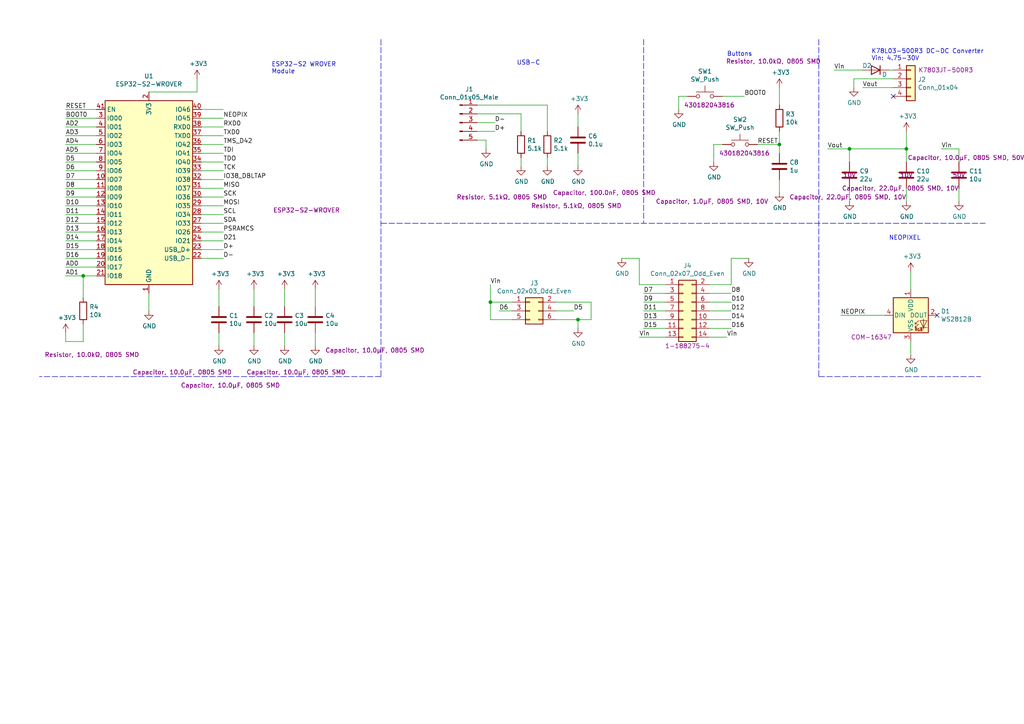
<source format=kicad_sch>
(kicad_sch (version 20211123) (generator eeschema)
  (paper "A4")
  (lib_symbols
    (symbol "Connector:Conn_01x05_Male" (pin_names (offset 1.016) hide)
      (property "Reference" "J" (at 0 7.62 0))
      (property "Value" "Conn_01x05_Male" (at 0 -7.62 0))
      (symbol "Conn_01x05_Male_1_1"
        (polyline (pts (xy 1.27 -5.08) (xy 0.8636 -5.08)) (stroke (width 0.1524)))
        (polyline (pts (xy 1.27 -2.54) (xy 0.8636 -2.54)) (stroke (width 0.1524)))
        (polyline (pts (xy 1.27 0) (xy 0.8636 0)) (stroke (width 0.1524)))
        (polyline (pts (xy 1.27 2.54) (xy 0.8636 2.54)) (stroke (width 0.1524)))
        (polyline (pts (xy 1.27 5.08) (xy 0.8636 5.08)) (stroke (width 0.1524)))
        (rectangle (start 0.8636 -4.953) (end 0 -5.207) (stroke (width 0.1524)) (fill (type outline)))
        (rectangle (start 0.8636 -2.413) (end 0 -2.667) (stroke (width 0.1524)) (fill (type outline)))
        (rectangle (start 0.8636 0.127) (end 0 -0.127) (stroke (width 0.1524)) (fill (type outline)))
        (rectangle (start 0.8636 2.667) (end 0 2.413) (stroke (width 0.1524)) (fill (type outline)))
        (rectangle (start 0.8636 5.207) (end 0 4.953) (stroke (width 0.1524)) (fill (type outline)))
        (pin passive line (at 5.08 5.08 180) (length 3.81) (name "Pin_1") (number "1"))
        (pin passive line (at 5.08 2.54 180) (length 3.81) (name "Pin_2") (number "2"))
        (pin passive line (at 5.08 0 180) (length 3.81) (name "Pin_3") (number "3"))
        (pin passive line (at 5.08 -2.54 180) (length 3.81) (name "Pin_4") (number "4"))
        (pin passive line (at 5.08 -5.08 180) (length 3.81) (name "Pin_5") (number "5"))
      )
    )
    (symbol "Connector_Generic:Conn_01x04" (pin_names (offset 1.016) hide)
      (property "Reference" "J" (at 0 5.08 0))
      (property "Value" "Conn_01x04" (at 0 -7.62 0))
      (symbol "Conn_01x04_1_1"
        (rectangle (start -1.27 -4.953) (end 0 -5.207) (stroke (width 0.1524)))
        (rectangle (start -1.27 -2.413) (end 0 -2.667) (stroke (width 0.1524)))
        (rectangle (start -1.27 0.127) (end 0 -0.127) (stroke (width 0.1524)))
        (rectangle (start -1.27 2.667) (end 0 2.413) (stroke (width 0.1524)))
        (rectangle (start -1.27 3.81) (end 1.27 -6.35) (stroke (width 0.254)) (fill (type background)))
        (pin passive line (at -5.08 2.54 0) (length 3.81) (name "Pin_1") (number "1"))
        (pin passive line (at -5.08 0 0) (length 3.81) (name "Pin_2") (number "2"))
        (pin passive line (at -5.08 -2.54 0) (length 3.81) (name "Pin_3") (number "3"))
        (pin passive line (at -5.08 -5.08 0) (length 3.81) (name "Pin_4") (number "4"))
      )
    )
    (symbol "Connector_Generic:Conn_02x03_Odd_Even" (pin_names (offset 1.016) hide)
      (property "Reference" "J" (at 1.27 5.08 0))
      (property "Value" "Conn_02x03_Odd_Even" (at 1.27 -5.08 0))
      (symbol "Conn_02x03_Odd_Even_1_1"
        (rectangle (start -1.27 -2.413) (end 0 -2.667) (stroke (width 0.1524)))
        (rectangle (start -1.27 0.127) (end 0 -0.127) (stroke (width 0.1524)))
        (rectangle (start -1.27 2.667) (end 0 2.413) (stroke (width 0.1524)))
        (rectangle (start -1.27 3.81) (end 3.81 -3.81) (stroke (width 0.254)) (fill (type background)))
        (rectangle (start 3.81 -2.413) (end 2.54 -2.667) (stroke (width 0.1524)))
        (rectangle (start 3.81 0.127) (end 2.54 -0.127) (stroke (width 0.1524)))
        (rectangle (start 3.81 2.667) (end 2.54 2.413) (stroke (width 0.1524)))
        (pin passive line (at -5.08 2.54 0) (length 3.81) (name "Pin_1") (number "1"))
        (pin passive line (at 7.62 2.54 180) (length 3.81) (name "Pin_2") (number "2"))
        (pin passive line (at -5.08 0 0) (length 3.81) (name "Pin_3") (number "3"))
        (pin passive line (at 7.62 0 180) (length 3.81) (name "Pin_4") (number "4"))
        (pin passive line (at -5.08 -2.54 0) (length 3.81) (name "Pin_5") (number "5"))
        (pin passive line (at 7.62 -2.54 180) (length 3.81) (name "Pin_6") (number "6"))
      )
    )
    (symbol "Connector_Generic:Conn_02x07_Odd_Even" (pin_names (offset 1.016) hide)
      (property "Reference" "J" (at 1.27 10.16 0))
      (property "Value" "Conn_02x07_Odd_Even" (at 1.27 -10.16 0))
      (symbol "Conn_02x07_Odd_Even_1_1"
        (rectangle (start -1.27 -7.493) (end 0 -7.747) (stroke (width 0.1524)))
        (rectangle (start -1.27 -4.953) (end 0 -5.207) (stroke (width 0.1524)))
        (rectangle (start -1.27 -2.413) (end 0 -2.667) (stroke (width 0.1524)))
        (rectangle (start -1.27 0.127) (end 0 -0.127) (stroke (width 0.1524)))
        (rectangle (start -1.27 2.667) (end 0 2.413) (stroke (width 0.1524)))
        (rectangle (start -1.27 5.207) (end 0 4.953) (stroke (width 0.1524)))
        (rectangle (start -1.27 7.747) (end 0 7.493) (stroke (width 0.1524)))
        (rectangle (start -1.27 8.89) (end 3.81 -8.89) (stroke (width 0.254)) (fill (type background)))
        (rectangle (start 3.81 -7.493) (end 2.54 -7.747) (stroke (width 0.1524)))
        (rectangle (start 3.81 -4.953) (end 2.54 -5.207) (stroke (width 0.1524)))
        (rectangle (start 3.81 -2.413) (end 2.54 -2.667) (stroke (width 0.1524)))
        (rectangle (start 3.81 0.127) (end 2.54 -0.127) (stroke (width 0.1524)))
        (rectangle (start 3.81 2.667) (end 2.54 2.413) (stroke (width 0.1524)))
        (rectangle (start 3.81 5.207) (end 2.54 4.953) (stroke (width 0.1524)))
        (rectangle (start 3.81 7.747) (end 2.54 7.493) (stroke (width 0.1524)))
        (pin passive line (at -5.08 7.62 0) (length 3.81) (name "Pin_1") (number "1"))
        (pin passive line (at 7.62 -2.54 180) (length 3.81) (name "Pin_10") (number "10"))
        (pin passive line (at -5.08 -5.08 0) (length 3.81) (name "Pin_11") (number "11"))
        (pin passive line (at 7.62 -5.08 180) (length 3.81) (name "Pin_12") (number "12"))
        (pin passive line (at -5.08 -7.62 0) (length 3.81) (name "Pin_13") (number "13"))
        (pin passive line (at 7.62 -7.62 180) (length 3.81) (name "Pin_14") (number "14"))
        (pin passive line (at 7.62 7.62 180) (length 3.81) (name "Pin_2") (number "2"))
        (pin passive line (at -5.08 5.08 0) (length 3.81) (name "Pin_3") (number "3"))
        (pin passive line (at 7.62 5.08 180) (length 3.81) (name "Pin_4") (number "4"))
        (pin passive line (at -5.08 2.54 0) (length 3.81) (name "Pin_5") (number "5"))
        (pin passive line (at 7.62 2.54 180) (length 3.81) (name "Pin_6") (number "6"))
        (pin passive line (at -5.08 0 0) (length 3.81) (name "Pin_7") (number "7"))
        (pin passive line (at 7.62 0 180) (length 3.81) (name "Pin_8") (number "8"))
        (pin passive line (at -5.08 -2.54 0) (length 3.81) (name "Pin_9") (number "9"))
      )
    )
    (symbol "Device:C" (pin_numbers hide) (pin_names (offset 0.254))
      (property "Reference" "C" (at 0.635 2.54 0))
      (property "Value" "C" (at 0.635 -2.54 0))
      (symbol "C_0_1"
        (polyline (pts (xy -2.032 -0.762) (xy 2.032 -0.762)) (stroke (width 0.508)))
        (polyline (pts (xy -2.032 0.762) (xy 2.032 0.762)) (stroke (width 0.508)))
      )
      (symbol "C_1_1"
        (pin passive line (at 0 3.81 270) (length 2.794) (name "~") (number "1"))
        (pin passive line (at 0 -3.81 90) (length 2.794) (name "~") (number "2"))
      )
    )
    (symbol "Device:D" (pin_numbers hide) (pin_names (offset 1.016) hide)
      (property "Reference" "D" (at 0 2.54 0))
      (property "Value" "D" (at 0 -2.54 0))
      (symbol "D_0_1"
        (polyline (pts (xy -1.27 1.27) (xy -1.27 -1.27)) (stroke (width 0.254)))
        (polyline (pts (xy 1.27 0) (xy -1.27 0)))
        (polyline (pts (xy 1.27 1.27) (xy 1.27 -1.27) (xy -1.27 0) (xy 1.27 1.27)) (stroke (width 0.254)))
      )
      (symbol "D_1_1"
        (pin passive line (at -3.81 0 0) (length 2.54) (name "K") (number "1"))
        (pin passive line (at 3.81 0 180) (length 2.54) (name "A") (number "2"))
      )
    )
    (symbol "Device:R" (pin_numbers hide) (pin_names (offset 0))
      (property "Reference" "R" (at 2.032 0 90))
      (property "Value" "R" (at 0 0 90))
      (symbol "R_0_1"
        (rectangle (start -1.016 -2.54) (end 1.016 2.54) (stroke (width 0.254)))
      )
      (symbol "R_1_1"
        (pin passive line (at 0 3.81 270) (length 1.27) (name "~") (number "1"))
        (pin passive line (at 0 -3.81 90) (length 1.27) (name "~") (number "2"))
      )
    )
    (symbol "LED:WS2812B" (pin_names (offset 0.254))
      (property "Reference" "D" (at 5.08 5.715 0))
      (property "Value" "WS2812B" (at 1.27 -5.715 0))
      (symbol "WS2812B_0_0"
        (text "RGB" (at 2.286 -4.191 0) (effects (font (size 0.762 0.762))))
      )
      (symbol "WS2812B_0_1"
        (polyline (pts (xy 1.27 -3.556) (xy 1.778 -3.556)))
        (polyline (pts (xy 1.27 -2.54) (xy 1.778 -2.54)))
        (polyline (pts (xy 4.699 -3.556) (xy 2.667 -3.556)))
        (polyline (pts (xy 2.286 -2.54) (xy 1.27 -3.556) (xy 1.27 -3.048)))
        (polyline (pts (xy 2.286 -1.524) (xy 1.27 -2.54) (xy 1.27 -2.032)))
        (polyline (pts (xy 3.683 -1.016) (xy 3.683 -3.556) (xy 3.683 -4.064)))
        (polyline (pts (xy 4.699 -1.524) (xy 2.667 -1.524) (xy 3.683 -3.556) (xy 4.699 -1.524)))
        (rectangle (start 5.08 5.08) (end -5.08 -5.08) (stroke (width 0.254)) (fill (type background)))
      )
      (symbol "WS2812B_1_1"
        (pin power_in line (at 0 7.62 270) (length 2.54) (name "VDD") (number "1"))
        (pin output line (at 7.62 0 180) (length 2.54) (name "DOUT") (number "2"))
        (pin power_in line (at 0 -7.62 90) (length 2.54) (name "VSS") (number "3"))
        (pin input line (at -7.62 0 0) (length 2.54) (name "DIN") (number "4"))
      )
    )
    (symbol "RF_Module:ESP32-S2-WROVER"
      (property "Reference" "U" (at -12.7 29.21 0))
      (property "Value" "ESP32-S2-WROVER" (at 2.54 29.21 0))
      (symbol "ESP32-S2-WROVER_0_1"
        (rectangle (start -12.7 27.94) (end 12.7 -25.4) (stroke (width 0.254)) (fill (type background)))
      )
      (symbol "ESP32-S2-WROVER_1_1"
        (pin power_in line (at 0 -27.94 90) (length 2.54) (name "GND") (number "1"))
        (pin bidirectional line (at -15.24 5.08 0) (length 2.54) (name "IO07") (number "10"))
        (pin bidirectional line (at -15.24 2.54 0) (length 2.54) (name "IO08") (number "11"))
        (pin bidirectional line (at -15.24 0 0) (length 2.54) (name "IO09") (number "12"))
        (pin bidirectional line (at -15.24 -2.54 0) (length 2.54) (name "IO10") (number "13"))
        (pin bidirectional line (at -15.24 -5.08 0) (length 2.54) (name "IO11") (number "14"))
        (pin bidirectional line (at -15.24 -7.62 0) (length 2.54) (name "IO12") (number "15"))
        (pin bidirectional line (at -15.24 -10.16 0) (length 2.54) (name "IO13") (number "16"))
        (pin bidirectional line (at -15.24 -12.7 0) (length 2.54) (name "IO14") (number "17"))
        (pin bidirectional line (at -15.24 -15.24 0) (length 2.54) (name "IO15") (number "18"))
        (pin bidirectional line (at -15.24 -17.78 0) (length 2.54) (name "IO16") (number "19"))
        (pin power_in line (at 0 30.48 270) (length 2.54) (name "3V3") (number "2"))
        (pin bidirectional line (at -15.24 -20.32 0) (length 2.54) (name "IO17") (number "20"))
        (pin bidirectional line (at -15.24 -22.86 0) (length 2.54) (name "IO18") (number "21"))
        (pin bidirectional line (at 15.24 -17.78 180) (length 2.54) (name "USB_D-") (number "22"))
        (pin bidirectional line (at 15.24 -15.24 180) (length 2.54) (name "USB_D+") (number "23"))
        (pin bidirectional line (at 15.24 -12.7 180) (length 2.54) (name "IO21") (number "24"))
        (pin bidirectional line (at 15.24 -10.16 180) (length 2.54) (name "IO26") (number "25"))
        (pin passive line (at 0 -27.94 90) (length 2.54) hide (name "GND") (number "26"))
        (pin bidirectional line (at 15.24 -7.62 180) (length 2.54) (name "IO33") (number "27"))
        (pin bidirectional line (at 15.24 -5.08 180) (length 2.54) (name "IO34") (number "28"))
        (pin bidirectional line (at 15.24 -2.54 180) (length 2.54) (name "IO35") (number "29"))
        (pin bidirectional line (at -15.24 22.86 0) (length 2.54) (name "IO00") (number "3"))
        (pin bidirectional line (at 15.24 0 180) (length 2.54) (name "IO36") (number "30"))
        (pin bidirectional line (at 15.24 2.54 180) (length 2.54) (name "IO37") (number "31"))
        (pin bidirectional line (at 15.24 5.08 180) (length 2.54) (name "IO38") (number "32"))
        (pin bidirectional line (at 15.24 7.62 180) (length 2.54) (name "IO39") (number "33"))
        (pin bidirectional line (at 15.24 10.16 180) (length 2.54) (name "IO40") (number "34"))
        (pin bidirectional line (at 15.24 12.7 180) (length 2.54) (name "IO41") (number "35"))
        (pin bidirectional line (at 15.24 15.24 180) (length 2.54) (name "IO42") (number "36"))
        (pin bidirectional line (at 15.24 17.78 180) (length 2.54) (name "TXD0") (number "37"))
        (pin bidirectional line (at 15.24 20.32 180) (length 2.54) (name "RXD0") (number "38"))
        (pin bidirectional line (at 15.24 22.86 180) (length 2.54) (name "IO45") (number "39"))
        (pin bidirectional line (at -15.24 20.32 0) (length 2.54) (name "IO01") (number "4"))
        (pin input line (at 15.24 25.4 180) (length 2.54) (name "IO46") (number "40"))
        (pin input line (at -15.24 25.4 0) (length 2.54) (name "EN") (number "41"))
        (pin passive line (at 0 -27.94 90) (length 2.54) hide (name "GND") (number "42"))
        (pin passive line (at 0 -27.94 90) (length 2.54) hide (name "GND") (number "43"))
        (pin bidirectional line (at -15.24 17.78 0) (length 2.54) (name "IO02") (number "5"))
        (pin bidirectional line (at -15.24 15.24 0) (length 2.54) (name "IO03") (number "6"))
        (pin bidirectional line (at -15.24 12.7 0) (length 2.54) (name "IO04") (number "7"))
        (pin bidirectional line (at -15.24 10.16 0) (length 2.54) (name "IO05") (number "8"))
        (pin bidirectional line (at -15.24 7.62 0) (length 2.54) (name "IO06") (number "9"))
      )
    )
    (symbol "Switch:SW_Push" (pin_numbers hide) (pin_names (offset 1.016) hide)
      (property "Reference" "SW" (at 1.27 2.54 0))
      (property "Value" "SW_Push" (at 0 -1.524 0))
      (symbol "SW_Push_0_1"
        (circle (center -2.032 0) (radius 0.508))
        (polyline (pts (xy 0 1.27) (xy 0 3.048)))
        (polyline (pts (xy 2.54 1.27) (xy -2.54 1.27)))
        (circle (center 2.032 0) (radius 0.508))
        (pin passive line (at -5.08 0 0) (length 2.54) (name "1") (number "1"))
        (pin passive line (at 5.08 0 180) (length 2.54) (name "2") (number "2"))
      )
    )
    (symbol "power:+3.3V" (power) (pin_names (offset 0))
      (property "Value" "+3.3V" (at 0 3.556 0))
      (symbol "+3.3V_0_1"
        (polyline (pts (xy -0.762 1.27) (xy 0 2.54)))
        (polyline (pts (xy 0 0) (xy 0 2.54)))
        (polyline (pts (xy 0 2.54) (xy 0.762 1.27)))
      )
      (symbol "+3.3V_1_1"
        (pin power_in line (at 0 0 90) (length 0) hide (name "+3V3") (number "1"))
      )
    )
    (symbol "power:GND" (power) (pin_names (offset 0))
      (property "Value" "GND" (at 0 -3.81 0))
      (symbol "GND_0_1"
        (polyline (pts (xy 0 0) (xy 0 -1.27) (xy 1.27 -1.27) (xy 0 -2.54) (xy -1.27 -1.27) (xy 0 -1.27)))
      )
      (symbol "GND_1_1"
        (pin power_in line (at 0 0 270) (length 0) hide (name "GND") (number "1"))
      )
    )
  )
  (junction (at 167.64 92.71))
  (junction (at 262.89 43.18))
  (junction (at 246.38 43.18))
  (junction (at 226.06 41.91))
  (junction (at 24.13 80.01))
  (junction (at 142.24 87.63))
  (no_connect (at 259.08 27.94))
  (no_connect (at 271.78 91.44))
  (wire (pts (xy 142.24 87.63) (xy 148.59 87.63)))
  (wire (pts (xy 278.13 54.61) (xy 278.13 58.42)))
  (wire (pts (xy 161.29 87.63) (xy 171.45 87.63)))
  (wire (pts (xy 193.04 95.25) (xy 186.69 95.25)))
  (wire (pts (xy 24.13 93.98) (xy 24.13 99.06)))
  (wire (pts (xy 27.94 41.91) (xy 19.05 41.91)))
  (wire (pts (xy 138.43 35.56) (xy 143.51 35.56)))
  (wire (pts (xy 58.42 57.15) (xy 64.77 57.15)))
  (wire (pts (xy 158.75 30.48) (xy 158.75 38.1)))
  (wire (pts (xy 193.04 90.17) (xy 186.69 90.17)))
  (wire (pts (xy 205.74 87.63) (xy 212.09 87.63)))
  (wire (pts (xy 205.74 92.71) (xy 212.09 92.71)))
  (wire (pts (xy 138.43 40.64) (xy 140.97 40.64)))
  (wire (pts (xy 193.04 87.63) (xy 186.69 87.63)))
  (wire (pts (xy 27.94 57.15) (xy 19.05 57.15)))
  (wire (pts (xy 151.13 33.02) (xy 151.13 38.1)))
  (wire (pts (xy 264.16 99.06) (xy 264.16 102.87)))
  (wire (pts (xy 58.42 62.23) (xy 64.77 62.23)))
  (wire (pts (xy 247.65 22.86) (xy 247.65 25.4)))
  (wire (pts (xy 27.94 52.07) (xy 19.05 52.07)))
  (wire (pts (xy 27.94 39.37) (xy 19.05 39.37)))
  (wire (pts (xy 58.42 39.37) (xy 64.77 39.37)))
  (wire (pts (xy 257.81 20.32) (xy 259.08 20.32)))
  (wire (pts (xy 205.74 82.55) (xy 212.09 82.55)))
  (wire (pts (xy 151.13 45.72) (xy 151.13 48.26)))
  (wire (pts (xy 193.04 82.55) (xy 185.42 82.55)))
  (wire (pts (xy 63.5 100.33) (xy 63.5 96.52)))
  (wire (pts (xy 226.06 41.91) (xy 226.06 44.45)))
  (wire (pts (xy 205.74 95.25) (xy 212.09 95.25)))
  (wire (pts (xy 142.24 82.55) (xy 142.24 87.63)))
  (wire (pts (xy 27.94 34.29) (xy 19.05 34.29)))
  (wire (pts (xy 246.38 54.61) (xy 246.38 58.42)))
  (wire (pts (xy 226.06 52.07) (xy 226.06 55.88)))
  (wire (pts (xy 82.55 83.82) (xy 82.55 88.9)))
  (wire (pts (xy 140.97 40.64) (xy 140.97 43.18)))
  (wire (pts (xy 73.66 100.33) (xy 73.66 96.52)))
  (wire (pts (xy 193.04 97.79) (xy 185.42 97.79)))
  (wire (pts (xy 241.935 20.32) (xy 250.19 20.32)))
  (wire (pts (xy 58.42 36.83) (xy 64.77 36.83)))
  (wire (pts (xy 58.42 31.75) (xy 64.77 31.75)))
  (wire (pts (xy 27.94 49.53) (xy 19.05 49.53)))
  (wire (pts (xy 193.04 85.09) (xy 186.69 85.09)))
  (wire (pts (xy 58.42 41.91) (xy 64.77 41.91)))
  (wire (pts (xy 196.85 27.94) (xy 196.85 31.75)))
  (wire (pts (xy 205.74 90.17) (xy 212.09 90.17)))
  (wire (pts (xy 19.05 31.75) (xy 27.94 31.75)))
  (wire (pts (xy 246.38 43.18) (xy 262.89 43.18)))
  (wire (pts (xy 57.15 22.86) (xy 57.15 26.67)))
  (polyline (pts (xy 237.49 11.43) (xy 237.49 109.22)))
  (wire (pts (xy 212.09 74.93) (xy 212.09 82.55)))
  (wire (pts (xy 226.06 38.1) (xy 226.06 41.91)))
  (wire (pts (xy 246.38 46.99) (xy 246.38 43.18)))
  (wire (pts (xy 27.94 72.39) (xy 19.05 72.39)))
  (wire (pts (xy 82.55 100.33) (xy 82.55 96.52)))
  (wire (pts (xy 158.75 45.72) (xy 158.75 48.26)))
  (wire (pts (xy 262.89 38.1) (xy 262.89 43.18)))
  (wire (pts (xy 193.04 92.71) (xy 186.69 92.71)))
  (wire (pts (xy 24.13 80.01) (xy 19.05 80.01)))
  (wire (pts (xy 57.15 26.67) (xy 43.18 26.67)))
  (wire (pts (xy 185.42 74.93) (xy 185.42 82.55)))
  (wire (pts (xy 167.64 44.45) (xy 167.64 48.26)))
  (wire (pts (xy 27.94 59.69) (xy 19.05 59.69)))
  (wire (pts (xy 58.42 72.39) (xy 64.77 72.39)))
  (wire (pts (xy 205.74 97.79) (xy 210.82 97.79)))
  (wire (pts (xy 58.42 69.85) (xy 64.77 69.85)))
  (wire (pts (xy 58.42 34.29) (xy 64.77 34.29)))
  (wire (pts (xy 91.44 88.9) (xy 91.44 83.82)))
  (wire (pts (xy 58.42 49.53) (xy 64.77 49.53)))
  (wire (pts (xy 27.94 69.85) (xy 19.05 69.85)))
  (wire (pts (xy 58.42 59.69) (xy 64.77 59.69)))
  (wire (pts (xy 27.94 74.93) (xy 19.05 74.93)))
  (wire (pts (xy 58.42 67.31) (xy 64.77 67.31)))
  (wire (pts (xy 27.94 44.45) (xy 19.05 44.45)))
  (wire (pts (xy 142.24 92.71) (xy 142.24 87.63)))
  (wire (pts (xy 27.94 36.83) (xy 19.05 36.83)))
  (wire (pts (xy 259.08 25.4) (xy 250.19 25.4)))
  (wire (pts (xy 27.94 46.99) (xy 19.05 46.99)))
  (wire (pts (xy 19.05 99.06) (xy 19.05 96.52)))
  (wire (pts (xy 207.01 41.91) (xy 207.01 46.99)))
  (wire (pts (xy 138.43 38.1) (xy 143.51 38.1)))
  (wire (pts (xy 58.42 74.93) (xy 64.77 74.93)))
  (wire (pts (xy 161.29 90.17) (xy 166.37 90.17)))
  (wire (pts (xy 219.71 41.91) (xy 226.06 41.91)))
  (wire (pts (xy 73.66 88.9) (xy 73.66 83.82)))
  (polyline (pts (xy 237.49 109.22) (xy 284.48 109.22)))
  (wire (pts (xy 199.39 27.94) (xy 196.85 27.94)))
  (wire (pts (xy 27.94 67.31) (xy 19.05 67.31)))
  (wire (pts (xy 226.06 30.48) (xy 226.06 25.4)))
  (wire (pts (xy 161.29 92.71) (xy 167.64 92.71)))
  (polyline (pts (xy 186.69 11.43) (xy 186.69 64.77)))
  (wire (pts (xy 58.42 64.77) (xy 64.77 64.77)))
  (wire (pts (xy 63.5 83.82) (xy 63.5 88.9)))
  (wire (pts (xy 27.94 62.23) (xy 19.05 62.23)))
  (wire (pts (xy 262.89 46.99) (xy 262.89 43.18)))
  (wire (pts (xy 264.16 78.74) (xy 264.16 83.82)))
  (wire (pts (xy 209.55 41.91) (xy 207.01 41.91)))
  (wire (pts (xy 27.94 54.61) (xy 19.05 54.61)))
  (wire (pts (xy 24.13 99.06) (xy 19.05 99.06)))
  (wire (pts (xy 171.45 92.71) (xy 167.64 92.71)))
  (wire (pts (xy 43.18 85.09) (xy 43.18 90.17)))
  (wire (pts (xy 278.13 43.18) (xy 273.05 43.18)))
  (wire (pts (xy 262.89 54.61) (xy 262.89 58.42)))
  (wire (pts (xy 58.42 52.07) (xy 64.77 52.07)))
  (polyline (pts (xy 110.49 11.43) (xy 110.49 109.22)))
  (wire (pts (xy 205.74 85.09) (xy 212.09 85.09)))
  (wire (pts (xy 185.42 74.93) (xy 180.34 74.93)))
  (wire (pts (xy 256.54 91.44) (xy 243.84 91.44)))
  (wire (pts (xy 148.59 90.17) (xy 144.78 90.17)))
  (wire (pts (xy 212.09 74.93) (xy 217.17 74.93)))
  (wire (pts (xy 91.44 100.33) (xy 91.44 96.52)))
  (wire (pts (xy 58.42 46.99) (xy 64.77 46.99)))
  (wire (pts (xy 27.94 64.77) (xy 19.05 64.77)))
  (wire (pts (xy 246.38 43.18) (xy 240.03 43.18)))
  (wire (pts (xy 171.45 87.63) (xy 171.45 92.71)))
  (polyline (pts (xy 110.49 109.22) (xy 11.43 109.22)))
  (wire (pts (xy 58.42 54.61) (xy 64.77 54.61)))
  (wire (pts (xy 148.59 92.71) (xy 142.24 92.71)))
  (wire (pts (xy 27.94 80.01) (xy 24.13 80.01)))
  (wire (pts (xy 27.94 77.47) (xy 19.05 77.47)))
  (wire (pts (xy 138.43 33.02) (xy 151.13 33.02)))
  (wire (pts (xy 58.42 44.45) (xy 64.77 44.45)))
  (polyline (pts (xy 110.49 64.77) (xy 285.75 64.77)))
  (wire (pts (xy 259.08 22.86) (xy 247.65 22.86)))
  (wire (pts (xy 138.43 30.48) (xy 158.75 30.48)))
  (wire (pts (xy 167.64 92.71) (xy 167.64 95.25)))
  (wire (pts (xy 24.13 86.36) (xy 24.13 80.01)))
  (wire (pts (xy 167.64 33.02) (xy 167.64 36.83)))
  (wire (pts (xy 278.13 46.99) (xy 278.13 43.18)))
  (wire (pts (xy 209.55 27.94) (xy 215.9 27.94)))
  (text "Buttons" (at 210.82 16.51 0) (effects (font (size 1.27 1.27)) (justify left bottom)))
  (text "K78L03-500R3 DC-DC Converter\nVin: 4.75-30V" (at 252.73 17.78 0) (effects (font (size 1.27 1.27)) (justify left bottom)))
  (text "NEOPIXEL" (at 257.81 69.85 0) (effects (font (size 1.27 1.27)) (justify left bottom)))
  (text "ESP32-S2 WROVER\nModule" (at 78.74 21.59 0) (effects (font (size 1.27 1.27)) (justify left bottom)))
  (text "USB-C" (at 149.86 19.05 0) (effects (font (size 1.27 1.27)) (justify left bottom)))
  (label "Vin" (at 273.05 43.18 0))
  (label "BOOT0" (at 215.9 27.94 0))
  (label "AD4" (at 19.05 41.91 0))
  (label "D10" (at 19.05 59.69 0))
  (label "PSRAMCS" (at 64.77 67.31 0))
  (label "D+" (at 143.51 38.1 0))
  (label "D12" (at 19.05 64.77 0))
  (label "D6" (at 19.05 49.53 0))
  (label "TDI" (at 64.77 44.45 0))
  (label "AD2" (at 19.05 36.83 0))
  (label "MOSI" (at 64.77 59.69 0))
  (label "D7" (at 19.05 52.07 0))
  (label "D15" (at 19.05 72.39 0))
  (label "D6" (at 144.78 90.17 0))
  (label "D-" (at 64.77 74.93 0))
  (label "SCK" (at 64.77 57.15 0))
  (label "D14" (at 212.09 92.71 0))
  (label "TXD0" (at 64.77 39.37 0))
  (label "AD3" (at 19.05 39.37 0))
  (label "D8" (at 212.09 85.09 0))
  (label "Vout" (at 250.19 25.4 0))
  (label "RESET" (at 219.71 41.91 0))
  (label "RESET" (at 19.05 31.75 0))
  (label "D15" (at 186.69 95.25 0))
  (label "D14" (at 19.05 69.85 0))
  (label "TMS_D42" (at 64.77 41.91 0))
  (label "D9" (at 186.69 87.63 0))
  (label "D-" (at 143.51 35.56 0))
  (label "D9" (at 19.05 57.15 0))
  (label "Vin" (at 185.42 97.79 0))
  (label "D13" (at 19.05 67.31 0))
  (label "D10" (at 212.09 87.63 0))
  (label "AD0" (at 19.05 77.47 0))
  (label "AD5" (at 19.05 44.45 0))
  (label "NEOPIX" (at 64.77 34.29 0))
  (label "D5" (at 166.37 90.17 0))
  (label "TDO" (at 64.77 46.99 0))
  (label "D13" (at 186.69 92.71 0))
  (label "Vin" (at 210.82 97.79 0))
  (label "AD1" (at 19.05 80.01 0))
  (label "Vout" (at 240.03 43.18 0))
  (label "IO38_DBLTAP" (at 64.77 52.07 0))
  (label "D7" (at 186.69 85.09 0))
  (label "BOOT0" (at 19.05 34.29 0))
  (label "MISO" (at 64.77 54.61 0))
  (label "D16" (at 212.09 95.25 0))
  (label "SCL" (at 64.77 62.23 0))
  (label "SDA" (at 64.77 64.77 0))
  (label "D21" (at 64.77 69.85 0))
  (label "RXD0" (at 64.77 36.83 0))
  (label "D5" (at 19.05 46.99 0))
  (label "D+" (at 64.77 72.39 0))
  (label "Vin" (at 142.24 82.55 0))
  (label "D11" (at 19.05 62.23 0))
  (label "NEOPIX" (at 243.84 91.44 0))
  (label "D12" (at 212.09 90.17 0))
  (label "TCK" (at 64.77 49.53 0))
  (label "Vin" (at 241.935 20.32 0))
  (label "D11" (at 186.69 90.17 0))
  (label "D16" (at 19.05 74.93 0))
  (label "D8" (at 19.05 54.61 0))
  (symbol (lib_id "power:GND") (at 180.34 74.93 0) (unit 1)
    (property "Reference" "#PWR032" (effects hide))
    (property "Value" "GND" (at 180.467 79.3242 0))
  )
  (symbol (lib_id "RF_Module:ESP32-S2-WROVER") (at 43.18 57.15 0) (unit 1)
    (property "Reference" "U1" (at 43.18 22.0726 0))
    (property "Value" "ESP32-S2-WROVER" (at 43.18 24.384 0))
    (property "Footprint" "RF_Module:ESP32-S2-WROVER" (effects hide))
    (property "Datasheet" "https://www.espressif.com/sites/default/files/documentation/esp32-s2-wrover_esp32-s2-wrover-i_datasheet_en.pdf" (effects hide))
    (property "MPN" "ESP32-S2-WROVER" (at 88.9 60.96 0))
  )
  (symbol (lib_id "power:GND") (at 167.64 95.25 0) (unit 1)
    (property "Reference" "#PWR030" (effects hide))
    (property "Value" "GND" (at 167.767 99.6442 0))
  )
  (symbol (lib_id "power:GND") (at 43.18 90.17 0) (unit 1)
    (property "Reference" "#PWR01" (effects hide))
    (property "Value" "GND" (at 43.307 94.5642 0))
  )
  (symbol (lib_id "Device:C") (at 63.5 92.71 0) (unit 1)
    (property "Reference" "C1" (at 66.421 91.5416 0) (effects (justify left)))
    (property "Value" "10u" (at 66.421 93.853 0) (effects (justify left)))
    (property "Footprint" "Capacitor_SMD:C_0805_2012Metric_Pad1.18x1.45mm_HandSolder" (effects hide))
    (property "MPN" "Capacitor, 10.0µF, 0805 SMD " (at 53.34 107.95 0))
  )
  (symbol (lib_id "Device:C") (at 73.66 92.71 0) (unit 1)
    (property "Reference" "C2" (at 76.581 91.5416 0) (effects (justify left)))
    (property "Value" "10u" (at 76.581 93.853 0) (effects (justify left)))
    (property "Footprint" "Capacitor_SMD:C_0805_2012Metric_Pad1.18x1.45mm_HandSolder" (effects hide))
    (property "MPN" "Capacitor, 10.0µF, 0805 SMD " (at 67.31 111.76 0))
  )
  (symbol (lib_id "Device:C") (at 82.55 92.71 0) (unit 1)
    (property "Reference" "C3" (at 85.471 91.5416 0) (effects (justify left)))
    (property "Value" "10u" (at 85.471 93.853 0) (effects (justify left)))
    (property "Footprint" "Capacitor_SMD:C_0805_2012Metric_Pad1.18x1.45mm_HandSolder" (effects hide))
    (property "MPN" "Capacitor, 10.0µF, 0805 SMD " (at 86.36 107.95 0))
  )
  (symbol (lib_id "Device:C") (at 91.44 92.71 0) (unit 1)
    (property "Reference" "C4" (at 94.361 91.5416 0) (effects (justify left)))
    (property "Value" "10u" (at 94.361 93.853 0) (effects (justify left)))
    (property "Footprint" "Capacitor_SMD:C_0805_2012Metric_Pad1.18x1.45mm_HandSolder" (effects hide))
    (property "MPN" "Capacitor, 10.0µF, 0805 SMD " (at 109.22 101.6 0))
  )
  (symbol (lib_id "power:GND") (at 63.5 100.33 0) (unit 1)
    (property "Reference" "#PWR04" (effects hide))
    (property "Value" "GND" (at 63.627 104.7242 0))
  )
  (symbol (lib_id "power:GND") (at 73.66 100.33 0) (unit 1)
    (property "Reference" "#PWR06" (effects hide))
    (property "Value" "GND" (at 73.787 104.7242 0))
  )
  (symbol (lib_id "power:GND") (at 82.55 100.33 0) (unit 1)
    (property "Reference" "#PWR08" (effects hide))
    (property "Value" "GND" (at 82.677 104.7242 0))
  )
  (symbol (lib_id "power:GND") (at 91.44 100.33 0) (unit 1)
    (property "Reference" "#PWR010" (effects hide))
    (property "Value" "GND" (at 91.567 104.7242 0))
  )
  (symbol (lib_id "Connector_Generic:Conn_02x03_Odd_Even") (at 153.67 90.17 0) (unit 1)
    (property "Reference" "J3" (at 154.94 82.1182 0))
    (property "Value" "Conn_02x03_Odd_Even" (at 154.94 84.4296 0))
    (property "Footprint" "Connector_PinHeader_2.54mm:PinHeader_2x03_P2.54mm_Vertical" (effects hide))
  )
  (symbol (lib_id "power:+3.3V") (at 57.15 22.86 0) (unit 1)
    (property "Reference" "#PWR02" (effects hide))
    (property "Value" "+3.3V" (at 57.531 18.4658 0))
  )
  (symbol (lib_id "power:+3.3V") (at 63.5 83.82 0) (unit 1)
    (property "Reference" "#PWR03" (effects hide))
    (property "Value" "+3.3V" (at 63.881 79.4258 0))
  )
  (symbol (lib_id "power:+3.3V") (at 73.66 83.82 0) (unit 1)
    (property "Reference" "#PWR05" (effects hide))
    (property "Value" "+3.3V" (at 74.041 79.4258 0))
  )
  (symbol (lib_id "power:+3.3V") (at 82.55 83.82 0) (unit 1)
    (property "Reference" "#PWR07" (effects hide))
    (property "Value" "+3.3V" (at 82.931 79.4258 0))
  )
  (symbol (lib_id "power:+3.3V") (at 91.44 83.82 0) (unit 1)
    (property "Reference" "#PWR09" (effects hide))
    (property "Value" "+3.3V" (at 91.821 79.4258 0))
  )
  (symbol (lib_id "power:GND") (at 247.65 25.4 0) (unit 1)
    (property "Reference" "#PWR023" (effects hide))
    (property "Value" "GND" (at 247.777 29.7942 0))
  )
  (symbol (lib_id "Device:C") (at 246.38 50.8 0) (unit 1)
    (property "Reference" "C9" (at 249.301 49.6316 0) (effects (justify left)))
    (property "Value" "22u" (at 249.301 51.943 0) (effects (justify left)))
    (property "Footprint" "Capacitor_SMD:C_0805_2012Metric_Pad1.18x1.45mm_HandSolder" (effects hide))
    (property "Voltage" "10V" (at 246.38 50.8 0))
    (property "MPN" "Capacitor, 22.0µF, 0805 SMD, 10V " (at 246.38 57.15 0))
  )
  (symbol (lib_id "Connector_Generic:Conn_02x07_Odd_Even") (at 198.12 90.17 0) (unit 1)
    (property "Reference" "J4" (at 199.39 77.0382 0))
    (property "Value" "Conn_02x07_Odd_Even" (at 199.39 79.3496 0))
    (property "Footprint" "Custom:TE_Micromatch_2,54_14_SMD" (effects hide))
    (property "MPN" "1-188275-4" (at 199.39 100.33 0))
  )
  (symbol (lib_id "Device:C") (at 262.89 50.8 0) (unit 1)
    (property "Reference" "C10" (at 265.811 49.6316 0) (effects (justify left)))
    (property "Value" "22u" (at 265.811 51.943 0) (effects (justify left)))
    (property "Footprint" "Capacitor_SMD:C_0805_2012Metric_Pad1.18x1.45mm_HandSolder" (effects hide))
    (property "Voltage" "10V" (at 262.89 50.8 0))
    (property "MPN" "Capacitor, 22.0µF, 0805 SMD, 10V " (at 261.62 54.61 0))
  )
  (symbol (lib_id "Device:C") (at 278.13 50.8 0) (unit 1)
    (property "Reference" "C11" (at 281.051 49.6316 0) (effects (justify left)))
    (property "Value" "10u" (at 281.051 51.943 0) (effects (justify left)))
    (property "Footprint" "Capacitor_SMD:C_0805_2012Metric_Pad1.18x1.45mm_HandSolder" (effects hide))
    (property "Voltage" "50V" (at 278.13 50.8 0))
    (property "MPN" "Capacitor, 10.0µF, 0805 SMD, 50V " (at 280.67 45.72 0))
  )
  (symbol (lib_id "power:GND") (at 217.17 74.93 0) (unit 1)
    (property "Reference" "#PWR017" (effects hide))
    (property "Value" "GND" (at 217.297 79.3242 0))
  )
  (symbol (lib_id "power:GND") (at 246.38 58.42 0) (unit 1)
    (property "Reference" "#PWR022" (effects hide))
    (property "Value" "GND" (at 246.507 62.8142 0))
  )
  (symbol (lib_id "power:GND") (at 262.89 58.42 0) (unit 1)
    (property "Reference" "#PWR025" (effects hide))
    (property "Value" "GND" (at 263.017 62.8142 0))
  )
  (symbol (lib_id "power:GND") (at 278.13 58.42 0) (unit 1)
    (property "Reference" "#PWR028" (effects hide))
    (property "Value" "GND" (at 278.257 62.8142 0))
  )
  (symbol (lib_id "power:+3.3V") (at 262.89 38.1 0) (unit 1)
    (property "Reference" "#PWR024" (effects hide))
    (property "Value" "+3.3V" (at 263.271 33.7058 0))
  )
  (symbol (lib_id "Switch:SW_Push") (at 214.63 41.91 0) (unit 1)
    (property "Reference" "SW2" (at 214.63 34.671 0))
    (property "Value" "SW_Push" (at 214.63 36.9824 0))
    (property "Footprint" "Button_Switch_SMD:SW_SPST_B3S-1000" (effects hide))
    (property "MPN" "430182043816" (at 215.9 44.45 0))
  )
  (symbol (lib_id "Switch:SW_Push") (at 204.47 27.94 0) (unit 1)
    (property "Reference" "SW1" (at 204.47 20.701 0))
    (property "Value" "SW_Push" (at 204.47 23.0124 0))
    (property "Footprint" "Button_Switch_SMD:SW_SPST_B3S-1000" (effects hide))
    (property "MPN" "430182043816" (at 205.74 30.48 0))
  )
  (symbol (lib_id "power:GND") (at 196.85 31.75 0) (unit 1)
    (property "Reference" "#PWR018" (effects hide))
    (property "Value" "GND" (at 196.977 36.1442 0))
  )
  (symbol (lib_id "power:GND") (at 207.01 46.99 0) (unit 1)
    (property "Reference" "#PWR019" (effects hide))
    (property "Value" "GND" (at 207.137 51.3842 0))
  )
  (symbol (lib_id "Device:C") (at 226.06 48.26 0) (unit 1)
    (property "Reference" "C8" (at 228.981 47.0916 0) (effects (justify left)))
    (property "Value" "1u" (at 228.981 49.403 0) (effects (justify left)))
    (property "Footprint" "Capacitor_SMD:C_0805_2012Metric_Pad1.18x1.45mm_HandSolder" (effects hide))
    (property "MPN" "Capacitor, 1.0µF, 0805 SMD, 10V " (at 207.01 58.42 0))
  )
  (symbol (lib_id "Connector:Conn_01x05_Male") (at 133.35 35.56 0) (unit 1)
    (property "Reference" "J1" (at 136.0932 25.8826 0))
    (property "Value" "Conn_01x05_Male" (at 136.0932 28.194 0))
    (property "Footprint" "Connector_PinHeader_2.54mm:PinHeader_1x05_P2.54mm_Vertical" (effects hide))
  )
  (symbol (lib_id "power:GND") (at 226.06 55.88 0) (unit 1)
    (property "Reference" "#PWR021" (effects hide))
    (property "Value" "GND" (at 226.187 60.2742 0))
  )
  (symbol (lib_id "Device:R") (at 226.06 34.29 0) (unit 1)
    (property "Reference" "R3" (at 227.838 33.1216 0) (effects (justify left)))
    (property "Value" "10k" (at 227.838 35.433 0) (effects (justify left)))
    (property "Footprint" "Resistor_SMD:R_0805_2012Metric_Pad1.20x1.40mm_HandSolder" (effects hide))
    (property "MPN" "Resistor, 10.0kΩ, 0805 SMD " (at 224.79 17.78 0))
  )
  (symbol (lib_id "power:+3.3V") (at 226.06 25.4 0) (unit 1)
    (property "Reference" "#PWR020" (effects hide))
    (property "Value" "+3.3V" (at 226.441 21.0058 0))
  )
  (symbol (lib_id "LED:WS2812B") (at 264.16 91.44 0) (unit 1)
    (property "Reference" "D1" (at 272.8976 90.2716 0) (effects (justify left)))
    (property "Value" "WS2812B" (at 272.8976 92.583 0) (effects (justify left)))
    (property "Footprint" "LED_SMD:LED_WS2812B_PLCC4_5.0x5.0mm_P3.2mm" (effects hide))
    (property "Datasheet" "https://cdn-shop.adafruit.com/datasheets/WS2812B.pdf" (effects hide))
    (property "MPN" "COM-16347" (at 252.73 97.79 0))
  )
  (symbol (lib_id "power:+3.3V") (at 264.16 78.74 0) (unit 1)
    (property "Reference" "#PWR026" (effects hide))
    (property "Value" "+3.3V" (at 264.541 74.3458 0))
  )
  (symbol (lib_id "power:GND") (at 264.16 102.87 0) (unit 1)
    (property "Reference" "#PWR027" (effects hide))
    (property "Value" "GND" (at 264.287 107.2642 0))
  )
  (symbol (lib_id "power:GND") (at 140.97 43.18 0) (unit 1)
    (property "Reference" "#PWR011" (effects hide))
    (property "Value" "GND" (at 141.097 47.5742 0))
  )
  (symbol (lib_id "Device:R") (at 151.13 41.91 0) (unit 1)
    (property "Reference" "R1" (at 152.908 40.7416 0) (effects (justify left)))
    (property "Value" "5.1k" (at 152.908 43.053 0) (effects (justify left)))
    (property "Footprint" "Resistor_SMD:R_0805_2012Metric_Pad1.20x1.40mm_HandSolder" (effects hide))
    (property "MPN" "Resistor, 5.1kΩ, 0805 SMD " (at 146.05 57.15 0))
  )
  (symbol (lib_id "Device:R") (at 158.75 41.91 0) (unit 1)
    (property "Reference" "R2" (at 160.528 40.7416 0) (effects (justify left)))
    (property "Value" "5.1k" (at 160.528 43.053 0) (effects (justify left)))
    (property "Footprint" "Resistor_SMD:R_0805_2012Metric_Pad1.20x1.40mm_HandSolder" (effects hide))
    (property "MPN" "Resistor, 5.1kΩ, 0805 SMD " (at 167.64 59.69 0))
  )
  (symbol (lib_id "Device:R") (at 24.13 90.17 0) (unit 1)
    (property "Reference" "R4" (at 25.908 89.0016 0) (effects (justify left)))
    (property "Value" "10k" (at 25.908 91.313 0) (effects (justify left)))
    (property "Footprint" "Resistor_SMD:R_0805_2012Metric_Pad1.20x1.40mm_HandSolder" (effects hide))
    (property "MPN" " Resistor, 10.0kΩ, 0805 SMD " (at 26.67 102.87 0))
  )
  (symbol (lib_id "power:GND") (at 151.13 48.26 0) (unit 1)
    (property "Reference" "#PWR012" (effects hide))
    (property "Value" "GND" (at 151.257 52.6542 0))
  )
  (symbol (lib_id "power:+3.3V") (at 19.05 96.52 0) (unit 1)
    (property "Reference" "#PWR029" (effects hide))
    (property "Value" "+3.3V" (at 19.431 92.1258 0))
  )
  (symbol (lib_id "power:GND") (at 158.75 48.26 0) (unit 1)
    (property "Reference" "#PWR013" (effects hide))
    (property "Value" "GND" (at 158.877 52.6542 0))
  )
  (symbol (lib_id "Device:C") (at 167.64 40.64 0) (unit 1)
    (property "Reference" "C6" (at 170.561 39.4716 0) (effects (justify left)))
    (property "Value" "0.1u" (at 170.561 41.783 0) (effects (justify left)))
    (property "Footprint" "Capacitor_SMD:C_0805_2012Metric_Pad1.18x1.45mm_HandSolder" (effects hide))
    (property "MPN" "Capacitor, 100.0nF, 0805 SMD" (at 175.26 55.88 0))
  )
  (symbol (lib_id "power:GND") (at 167.64 48.26 0) (unit 1)
    (property "Reference" "#PWR016" (effects hide))
    (property "Value" "GND" (at 167.767 52.6542 0))
  )
  (symbol (lib_id "power:+3.3V") (at 167.64 33.02 0) (unit 1)
    (property "Reference" "#PWR015" (effects hide))
    (property "Value" "+3.3V" (at 168.021 28.6258 0))
  )
  (symbol (lib_id "Connector_Generic:Conn_01x04") (at 264.16 22.86 0) (unit 1)
    (property "Reference" "J2" (at 266.192 23.0632 0) (effects (justify left)))
    (property "Value" "Conn_01x04" (at 266.192 25.3746 0) (effects (justify left)))
    (property "Footprint" "Custom:K7803JT-500R3-SMD" (effects hide))
    (property "MPN" "K7803JT-500R3" (at 274.32 20.32 0))
  )
  (symbol (lib_id "Device:D") (at 254 20.32 180) (unit 1)
    (property "Reference" "D2" (at 251.46 19.05 0))
    (property "Value" "D" (at 256.54 21.59 0))
    (property "Footprint" "Diode_SMD:D_0805_2012Metric_Pad1.15x1.40mm_HandSolder" (effects hide))
  )
)
</source>
